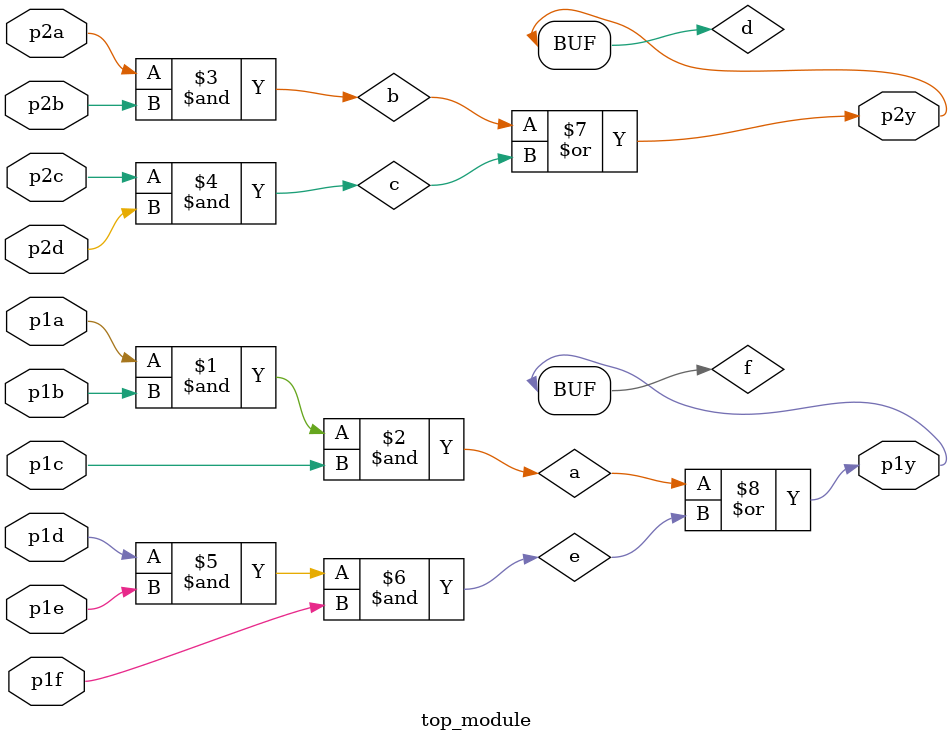
<source format=v>
module top_module ( 
    input p1a, p1b, p1c, p1d, p1e, p1f,
    output p1y,
    input p2a, p2b, p2c, p2d,
    output p2y );
/*  The logcal funtion of the the chip 7458 is given and the logical function which haven been used according
    to the imputs and output which been declared. the logical function which has been interpreted in verilog
*/
  
    wire a,b,c,d,e,f;
    assign a = (p1a&p1b)&p1c;
    assign b = p2a&p2b;
    assign c = p2c&p2d;
    assign e = (p1d&p1e)&p1f;
    assign d = b|c;
    assign f = a|e;
    assign p2y = d;
    assign p1y = f;


endmodule

</source>
